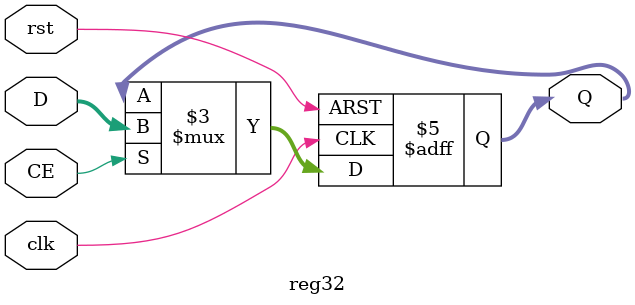
<source format=v>
`timescale 1ns / 1ps
module reg32(input clk,
				input rst,
				input CE,
				input [31:0]D,
				output reg[31:0]Q);
					
	always @(posedge clk or posedge rst)
		if (rst==1)  Q <= 32'h00000000;
		else if (CE) Q <= D;

endmodule

</source>
